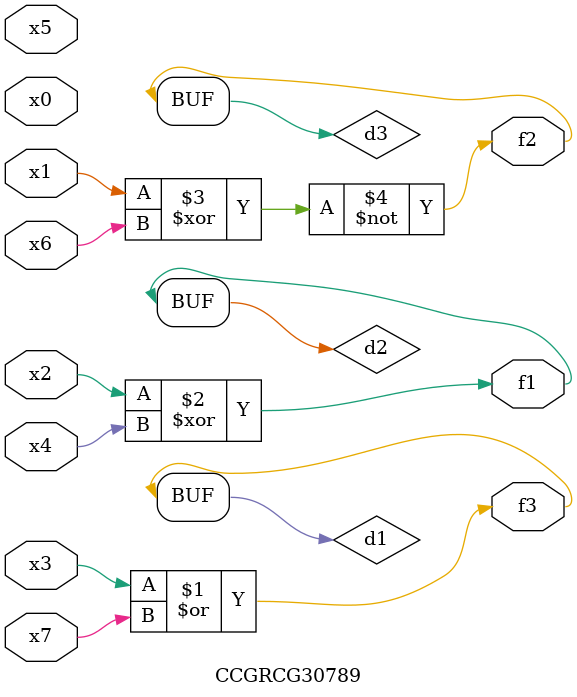
<source format=v>
module CCGRCG30789(
	input x0, x1, x2, x3, x4, x5, x6, x7,
	output f1, f2, f3
);

	wire d1, d2, d3;

	or (d1, x3, x7);
	xor (d2, x2, x4);
	xnor (d3, x1, x6);
	assign f1 = d2;
	assign f2 = d3;
	assign f3 = d1;
endmodule

</source>
